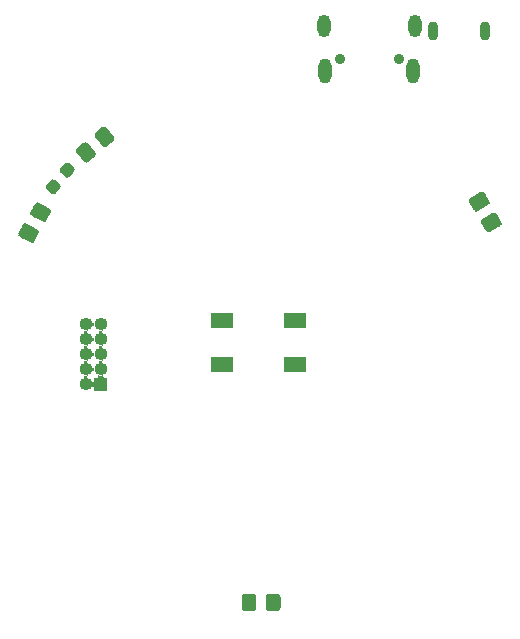
<source format=gbr>
G04 #@! TF.GenerationSoftware,KiCad,Pcbnew,(5.1.8-0-10_14)*
G04 #@! TF.CreationDate,2021-02-03T00:58:45+08:00*
G04 #@! TF.ProjectId,mops-out,6d6f7073-2d6f-4757-942e-6b696361645f,rev?*
G04 #@! TF.SameCoordinates,Original*
G04 #@! TF.FileFunction,Soldermask,Bot*
G04 #@! TF.FilePolarity,Negative*
%FSLAX46Y46*%
G04 Gerber Fmt 4.6, Leading zero omitted, Abs format (unit mm)*
G04 Created by KiCad (PCBNEW (5.1.8-0-10_14)) date 2021-02-03 00:58:45*
%MOMM*%
%LPD*%
G01*
G04 APERTURE LIST*
%ADD10C,0.902000*%
%ADD11O,1.102000X1.902000*%
%ADD12O,1.102000X2.102000*%
%ADD13O,1.102000X1.102000*%
%ADD14O,0.864000X1.626000*%
%ADD15C,0.100000*%
G04 APERTURE END LIST*
D10*
X134900000Y-51000000D03*
X139900000Y-51000000D03*
D11*
X133525000Y-48250000D03*
X141275000Y-48250000D03*
D12*
X133675000Y-52050000D03*
X141125000Y-52050000D03*
G36*
G01*
X110768127Y-61247448D02*
X111171067Y-61585554D01*
G75*
G02*
X111203484Y-61956077I-169053J-201470D01*
G01*
X110849308Y-62378167D01*
G75*
G02*
X110478785Y-62410584I-201470J169053D01*
G01*
X110075845Y-62072478D01*
G75*
G02*
X110043428Y-61701955I169053J201470D01*
G01*
X110397604Y-61279865D01*
G75*
G02*
X110768127Y-61247448I201470J-169053D01*
G01*
G37*
G36*
G01*
X111941215Y-59849416D02*
X112344155Y-60187522D01*
G75*
G02*
X112376572Y-60558045I-169053J-201470D01*
G01*
X112022396Y-60980135D01*
G75*
G02*
X111651873Y-61012552I-201470J169053D01*
G01*
X111248933Y-60674446D01*
G75*
G02*
X111216516Y-60303923I169053J201470D01*
G01*
X111570692Y-59881833D01*
G75*
G02*
X111941215Y-59849416I201470J-169053D01*
G01*
G37*
G36*
G01*
X113567706Y-58154864D02*
X114183276Y-58888471D01*
G75*
G02*
X114149729Y-59271916I-208496J-174949D01*
G01*
X113607633Y-59726789D01*
G75*
G02*
X113224188Y-59693242I-174949J208496D01*
G01*
X112608618Y-58959635D01*
G75*
G02*
X112642165Y-58576190I208496J174949D01*
G01*
X113184261Y-58121317D01*
G75*
G02*
X113567706Y-58154864I174949J-208496D01*
G01*
G37*
G36*
G01*
X115138098Y-56837150D02*
X115753668Y-57570757D01*
G75*
G02*
X115720121Y-57954202I-208496J-174949D01*
G01*
X115178025Y-58409075D01*
G75*
G02*
X114794580Y-58375528I-174949J208496D01*
G01*
X114179010Y-57641921D01*
G75*
G02*
X114212557Y-57258476I208496J174949D01*
G01*
X114754653Y-56803603D01*
G75*
G02*
X115138098Y-56837150I174949J-208496D01*
G01*
G37*
G36*
G01*
X130149072Y-73749939D02*
X130149072Y-72550043D01*
G75*
G02*
X130200072Y-72499043I51000J0D01*
G01*
X132000068Y-72499043D01*
G75*
G02*
X132051068Y-72550043I0J-51000D01*
G01*
X132051068Y-73749939D01*
G75*
G02*
X132000068Y-73800939I-51000J0D01*
G01*
X130200072Y-73800939D01*
G75*
G02*
X130149072Y-73749939I0J51000D01*
G01*
G37*
G36*
G01*
X130149072Y-77449957D02*
X130149072Y-76250061D01*
G75*
G02*
X130200072Y-76199061I51000J0D01*
G01*
X132000068Y-76199061D01*
G75*
G02*
X132051068Y-76250061I0J-51000D01*
G01*
X132051068Y-77449957D01*
G75*
G02*
X132000068Y-77500957I-51000J0D01*
G01*
X130200072Y-77500957D01*
G75*
G02*
X130149072Y-77449957I0J51000D01*
G01*
G37*
G36*
G01*
X123948932Y-73749939D02*
X123948932Y-72550043D01*
G75*
G02*
X123999932Y-72499043I51000J0D01*
G01*
X125799928Y-72499043D01*
G75*
G02*
X125850928Y-72550043I0J-51000D01*
G01*
X125850928Y-73749939D01*
G75*
G02*
X125799928Y-73800939I-51000J0D01*
G01*
X123999932Y-73800939D01*
G75*
G02*
X123948932Y-73749939I0J51000D01*
G01*
G37*
G36*
G01*
X123948932Y-77449957D02*
X123948932Y-76250061D01*
G75*
G02*
X123999932Y-76199061I51000J0D01*
G01*
X125799928Y-76199061D01*
G75*
G02*
X125850928Y-76250061I0J-51000D01*
G01*
X125850928Y-77449957D01*
G75*
G02*
X125799928Y-77500957I-51000J0D01*
G01*
X123999932Y-77500957D01*
G75*
G02*
X123948932Y-77449957I0J51000D01*
G01*
G37*
G36*
G01*
X146984823Y-64544958D02*
X147814177Y-64066130D01*
G75*
G02*
X148185971Y-64165752I136086J-235708D01*
G01*
X148539799Y-64778600D01*
G75*
G02*
X148440177Y-65150394I-235708J-136086D01*
G01*
X147610823Y-65629222D01*
G75*
G02*
X147239029Y-65529600I-136086J235708D01*
G01*
X146885201Y-64916752D01*
G75*
G02*
X146984823Y-64544958I235708J136086D01*
G01*
G37*
G36*
G01*
X145959823Y-62769606D02*
X146789177Y-62290778D01*
G75*
G02*
X147160971Y-62390400I136086J-235708D01*
G01*
X147514799Y-63003248D01*
G75*
G02*
X147415177Y-63375042I-235708J-136086D01*
G01*
X146585823Y-63853870D01*
G75*
G02*
X146214029Y-63754248I-136086J235708D01*
G01*
X145860201Y-63141400D01*
G75*
G02*
X145959823Y-62769606I235708J136086D01*
G01*
G37*
G36*
G01*
X127821000Y-96541172D02*
X127821000Y-97498828D01*
G75*
G02*
X127548828Y-97771000I-272172J0D01*
G01*
X126841172Y-97771000D01*
G75*
G02*
X126569000Y-97498828I0J272172D01*
G01*
X126569000Y-96541172D01*
G75*
G02*
X126841172Y-96269000I272172J0D01*
G01*
X127548828Y-96269000D01*
G75*
G02*
X127821000Y-96541172I0J-272172D01*
G01*
G37*
G36*
G01*
X129871000Y-96541172D02*
X129871000Y-97498828D01*
G75*
G02*
X129598828Y-97771000I-272172J0D01*
G01*
X128891172Y-97771000D01*
G75*
G02*
X128619000Y-97498828I0J272172D01*
G01*
X128619000Y-96541172D01*
G75*
G02*
X128891172Y-96269000I272172J0D01*
G01*
X129598828Y-96269000D01*
G75*
G02*
X129871000Y-96541172I0J-272172D01*
G01*
G37*
G36*
G01*
X109674177Y-64753870D02*
X108844823Y-64275042D01*
G75*
G02*
X108745201Y-63903248I136086J235708D01*
G01*
X109099029Y-63290400D01*
G75*
G02*
X109470823Y-63190778I235708J-136086D01*
G01*
X110300177Y-63669606D01*
G75*
G02*
X110399799Y-64041400I-136086J-235708D01*
G01*
X110045971Y-64654248D01*
G75*
G02*
X109674177Y-64753870I-235708J136086D01*
G01*
G37*
G36*
G01*
X108649177Y-66529222D02*
X107819823Y-66050394D01*
G75*
G02*
X107720201Y-65678600I136086J235708D01*
G01*
X108074029Y-65065752D01*
G75*
G02*
X108445823Y-64966130I235708J-136086D01*
G01*
X109275177Y-65444958D01*
G75*
G02*
X109374799Y-65816752I-136086J-235708D01*
G01*
X109020971Y-66429600D01*
G75*
G02*
X108649177Y-66529222I-235708J136086D01*
G01*
G37*
D13*
X114635000Y-73460000D03*
X113365000Y-73460000D03*
X114635000Y-74730000D03*
X113365000Y-74730000D03*
X114635000Y-76000000D03*
X113365000Y-76000000D03*
X114635000Y-77270000D03*
X113365000Y-77270000D03*
X113365000Y-78540000D03*
G36*
G01*
X115186000Y-78040000D02*
X115186000Y-79040000D01*
G75*
G02*
X115135000Y-79091000I-51000J0D01*
G01*
X114135000Y-79091000D01*
G75*
G02*
X114084000Y-79040000I0J51000D01*
G01*
X114084000Y-78040000D01*
G75*
G02*
X114135000Y-77989000I51000J0D01*
G01*
X115135000Y-77989000D01*
G75*
G02*
X115186000Y-78040000I0J-51000D01*
G01*
G37*
D14*
X142800106Y-48600000D03*
X147199894Y-48600000D03*
D15*
G36*
X114085165Y-78216452D02*
G01*
X114086000Y-78218078D01*
X114086000Y-78861922D01*
X114085000Y-78863654D01*
X114083000Y-78863654D01*
X114082010Y-78862118D01*
X114079628Y-78837931D01*
X114072628Y-78814856D01*
X114061263Y-78793592D01*
X114045968Y-78774955D01*
X114027331Y-78759660D01*
X114006067Y-78748295D01*
X113982992Y-78741295D01*
X113959001Y-78738932D01*
X113935010Y-78741295D01*
X113911935Y-78748295D01*
X113890671Y-78759660D01*
X113872034Y-78774955D01*
X113856676Y-78793670D01*
X113853784Y-78797998D01*
X113851990Y-78798883D01*
X113850327Y-78797772D01*
X113850273Y-78796122D01*
X113890350Y-78699365D01*
X113911347Y-78593808D01*
X113911347Y-78486192D01*
X113890350Y-78380635D01*
X113850273Y-78283878D01*
X113850534Y-78281895D01*
X113852382Y-78281130D01*
X113853784Y-78282002D01*
X113856676Y-78286330D01*
X113872035Y-78305045D01*
X113890672Y-78320340D01*
X113911935Y-78331705D01*
X113935010Y-78338705D01*
X113959002Y-78341068D01*
X113982993Y-78338705D01*
X114006068Y-78331705D01*
X114027331Y-78320340D01*
X114045968Y-78305044D01*
X114061263Y-78286407D01*
X114072628Y-78265144D01*
X114079628Y-78242069D01*
X114082010Y-78217882D01*
X114083175Y-78216256D01*
X114085165Y-78216452D01*
G37*
G36*
X113537906Y-77790824D02*
G01*
X113538671Y-77792672D01*
X113537631Y-77794175D01*
X113521609Y-77802738D01*
X113502972Y-77818033D01*
X113487677Y-77836670D01*
X113476312Y-77857934D01*
X113469312Y-77881009D01*
X113466949Y-77905000D01*
X113469312Y-77928991D01*
X113476312Y-77952066D01*
X113487677Y-77973330D01*
X113502972Y-77991967D01*
X113521609Y-78007262D01*
X113537631Y-78015825D01*
X113538687Y-78017524D01*
X113537744Y-78019287D01*
X113535923Y-78019437D01*
X113524365Y-78014650D01*
X113418808Y-77993653D01*
X113311192Y-77993653D01*
X113205635Y-78014650D01*
X113194077Y-78019437D01*
X113192094Y-78019176D01*
X113191329Y-78017328D01*
X113192369Y-78015825D01*
X113208391Y-78007262D01*
X113227028Y-77991967D01*
X113242323Y-77973330D01*
X113253688Y-77952066D01*
X113260688Y-77928991D01*
X113263051Y-77905000D01*
X113260688Y-77881009D01*
X113253688Y-77857934D01*
X113242323Y-77836670D01*
X113227028Y-77818033D01*
X113208391Y-77802738D01*
X113192369Y-77794175D01*
X113191313Y-77792476D01*
X113192256Y-77790713D01*
X113194077Y-77790563D01*
X113205635Y-77795350D01*
X113311192Y-77816347D01*
X113418808Y-77816347D01*
X113524365Y-77795350D01*
X113535923Y-77790563D01*
X113537906Y-77790824D01*
G37*
G36*
X114893105Y-77755534D02*
G01*
X114893870Y-77757382D01*
X114892998Y-77758784D01*
X114888670Y-77761676D01*
X114869955Y-77777035D01*
X114854660Y-77795672D01*
X114843295Y-77816935D01*
X114836295Y-77840010D01*
X114833932Y-77864001D01*
X114836295Y-77887993D01*
X114843295Y-77911068D01*
X114854660Y-77932331D01*
X114869956Y-77950968D01*
X114888593Y-77966263D01*
X114909856Y-77977628D01*
X114932931Y-77984628D01*
X114957118Y-77987010D01*
X114958744Y-77988175D01*
X114958548Y-77990165D01*
X114956922Y-77991000D01*
X114313078Y-77991000D01*
X114311346Y-77990000D01*
X114311346Y-77988000D01*
X114312882Y-77987010D01*
X114337069Y-77984628D01*
X114360144Y-77977628D01*
X114381408Y-77966263D01*
X114400045Y-77950968D01*
X114415340Y-77932331D01*
X114426705Y-77911067D01*
X114433705Y-77887992D01*
X114436068Y-77864001D01*
X114433705Y-77840010D01*
X114426705Y-77816935D01*
X114415340Y-77795671D01*
X114400045Y-77777034D01*
X114381330Y-77761676D01*
X114377002Y-77758784D01*
X114376117Y-77756990D01*
X114377228Y-77755327D01*
X114378878Y-77755273D01*
X114475635Y-77795350D01*
X114581192Y-77816347D01*
X114688808Y-77816347D01*
X114794365Y-77795350D01*
X114891122Y-77755273D01*
X114893105Y-77755534D01*
G37*
G36*
X114114287Y-77097256D02*
G01*
X114114437Y-77099077D01*
X114109650Y-77110635D01*
X114088653Y-77216192D01*
X114088653Y-77323808D01*
X114109650Y-77429365D01*
X114114437Y-77440923D01*
X114114176Y-77442906D01*
X114112328Y-77443671D01*
X114110825Y-77442631D01*
X114102262Y-77426609D01*
X114086967Y-77407972D01*
X114068330Y-77392677D01*
X114047066Y-77381312D01*
X114023991Y-77374312D01*
X114000000Y-77371949D01*
X113976009Y-77374312D01*
X113952934Y-77381312D01*
X113931670Y-77392677D01*
X113913033Y-77407972D01*
X113897738Y-77426609D01*
X113889175Y-77442631D01*
X113887476Y-77443687D01*
X113885713Y-77442744D01*
X113885563Y-77440923D01*
X113890350Y-77429365D01*
X113911347Y-77323808D01*
X113911347Y-77216192D01*
X113890350Y-77110635D01*
X113885563Y-77099077D01*
X113885824Y-77097094D01*
X113887672Y-77096329D01*
X113889175Y-77097369D01*
X113897738Y-77113391D01*
X113913033Y-77132028D01*
X113931670Y-77147323D01*
X113952934Y-77158688D01*
X113976009Y-77165688D01*
X114000000Y-77168051D01*
X114023991Y-77165688D01*
X114047066Y-77158688D01*
X114068330Y-77147323D01*
X114086967Y-77132028D01*
X114102262Y-77113391D01*
X114110825Y-77097369D01*
X114112524Y-77096313D01*
X114114287Y-77097256D01*
G37*
G36*
X114807906Y-76520824D02*
G01*
X114808671Y-76522672D01*
X114807631Y-76524175D01*
X114791609Y-76532738D01*
X114772972Y-76548033D01*
X114757677Y-76566670D01*
X114746312Y-76587934D01*
X114739312Y-76611009D01*
X114736949Y-76635000D01*
X114739312Y-76658991D01*
X114746312Y-76682066D01*
X114757677Y-76703330D01*
X114772972Y-76721967D01*
X114791609Y-76737262D01*
X114807631Y-76745825D01*
X114808687Y-76747524D01*
X114807744Y-76749287D01*
X114805923Y-76749437D01*
X114794365Y-76744650D01*
X114688808Y-76723653D01*
X114581192Y-76723653D01*
X114475635Y-76744650D01*
X114464077Y-76749437D01*
X114462094Y-76749176D01*
X114461329Y-76747328D01*
X114462369Y-76745825D01*
X114478391Y-76737262D01*
X114497028Y-76721967D01*
X114512323Y-76703330D01*
X114523688Y-76682066D01*
X114530688Y-76658991D01*
X114533051Y-76635000D01*
X114530688Y-76611009D01*
X114523688Y-76587934D01*
X114512323Y-76566670D01*
X114497028Y-76548033D01*
X114478391Y-76532738D01*
X114462369Y-76524175D01*
X114461313Y-76522476D01*
X114462256Y-76520713D01*
X114464077Y-76520563D01*
X114475635Y-76525350D01*
X114581192Y-76546347D01*
X114688808Y-76546347D01*
X114794365Y-76525350D01*
X114805923Y-76520563D01*
X114807906Y-76520824D01*
G37*
G36*
X113537906Y-76520824D02*
G01*
X113538671Y-76522672D01*
X113537631Y-76524175D01*
X113521609Y-76532738D01*
X113502972Y-76548033D01*
X113487677Y-76566670D01*
X113476312Y-76587934D01*
X113469312Y-76611009D01*
X113466949Y-76635000D01*
X113469312Y-76658991D01*
X113476312Y-76682066D01*
X113487677Y-76703330D01*
X113502972Y-76721967D01*
X113521609Y-76737262D01*
X113537631Y-76745825D01*
X113538687Y-76747524D01*
X113537744Y-76749287D01*
X113535923Y-76749437D01*
X113524365Y-76744650D01*
X113418808Y-76723653D01*
X113311192Y-76723653D01*
X113205635Y-76744650D01*
X113194077Y-76749437D01*
X113192094Y-76749176D01*
X113191329Y-76747328D01*
X113192369Y-76745825D01*
X113208391Y-76737262D01*
X113227028Y-76721967D01*
X113242323Y-76703330D01*
X113253688Y-76682066D01*
X113260688Y-76658991D01*
X113263051Y-76635000D01*
X113260688Y-76611009D01*
X113253688Y-76587934D01*
X113242323Y-76566670D01*
X113227028Y-76548033D01*
X113208391Y-76532738D01*
X113192369Y-76524175D01*
X113191313Y-76522476D01*
X113192256Y-76520713D01*
X113194077Y-76520563D01*
X113205635Y-76525350D01*
X113311192Y-76546347D01*
X113418808Y-76546347D01*
X113524365Y-76525350D01*
X113535923Y-76520563D01*
X113537906Y-76520824D01*
G37*
G36*
X114114287Y-75827256D02*
G01*
X114114437Y-75829077D01*
X114109650Y-75840635D01*
X114088653Y-75946192D01*
X114088653Y-76053808D01*
X114109650Y-76159365D01*
X114114437Y-76170923D01*
X114114176Y-76172906D01*
X114112328Y-76173671D01*
X114110825Y-76172631D01*
X114102262Y-76156609D01*
X114086967Y-76137972D01*
X114068330Y-76122677D01*
X114047066Y-76111312D01*
X114023991Y-76104312D01*
X114000000Y-76101949D01*
X113976009Y-76104312D01*
X113952934Y-76111312D01*
X113931670Y-76122677D01*
X113913033Y-76137972D01*
X113897738Y-76156609D01*
X113889175Y-76172631D01*
X113887476Y-76173687D01*
X113885713Y-76172744D01*
X113885563Y-76170923D01*
X113890350Y-76159365D01*
X113911347Y-76053808D01*
X113911347Y-75946192D01*
X113890350Y-75840635D01*
X113885563Y-75829077D01*
X113885824Y-75827094D01*
X113887672Y-75826329D01*
X113889175Y-75827369D01*
X113897738Y-75843391D01*
X113913033Y-75862028D01*
X113931670Y-75877323D01*
X113952934Y-75888688D01*
X113976009Y-75895688D01*
X114000000Y-75898051D01*
X114023991Y-75895688D01*
X114047066Y-75888688D01*
X114068330Y-75877323D01*
X114086967Y-75862028D01*
X114102262Y-75843391D01*
X114110825Y-75827369D01*
X114112524Y-75826313D01*
X114114287Y-75827256D01*
G37*
G36*
X113537906Y-75250824D02*
G01*
X113538671Y-75252672D01*
X113537631Y-75254175D01*
X113521609Y-75262738D01*
X113502972Y-75278033D01*
X113487677Y-75296670D01*
X113476312Y-75317934D01*
X113469312Y-75341009D01*
X113466949Y-75365000D01*
X113469312Y-75388991D01*
X113476312Y-75412066D01*
X113487677Y-75433330D01*
X113502972Y-75451967D01*
X113521609Y-75467262D01*
X113537631Y-75475825D01*
X113538687Y-75477524D01*
X113537744Y-75479287D01*
X113535923Y-75479437D01*
X113524365Y-75474650D01*
X113418808Y-75453653D01*
X113311192Y-75453653D01*
X113205635Y-75474650D01*
X113194077Y-75479437D01*
X113192094Y-75479176D01*
X113191329Y-75477328D01*
X113192369Y-75475825D01*
X113208391Y-75467262D01*
X113227028Y-75451967D01*
X113242323Y-75433330D01*
X113253688Y-75412066D01*
X113260688Y-75388991D01*
X113263051Y-75365000D01*
X113260688Y-75341009D01*
X113253688Y-75317934D01*
X113242323Y-75296670D01*
X113227028Y-75278033D01*
X113208391Y-75262738D01*
X113192369Y-75254175D01*
X113191313Y-75252476D01*
X113192256Y-75250713D01*
X113194077Y-75250563D01*
X113205635Y-75255350D01*
X113311192Y-75276347D01*
X113418808Y-75276347D01*
X113524365Y-75255350D01*
X113535923Y-75250563D01*
X113537906Y-75250824D01*
G37*
G36*
X114807906Y-75250824D02*
G01*
X114808671Y-75252672D01*
X114807631Y-75254175D01*
X114791609Y-75262738D01*
X114772972Y-75278033D01*
X114757677Y-75296670D01*
X114746312Y-75317934D01*
X114739312Y-75341009D01*
X114736949Y-75365000D01*
X114739312Y-75388991D01*
X114746312Y-75412066D01*
X114757677Y-75433330D01*
X114772972Y-75451967D01*
X114791609Y-75467262D01*
X114807631Y-75475825D01*
X114808687Y-75477524D01*
X114807744Y-75479287D01*
X114805923Y-75479437D01*
X114794365Y-75474650D01*
X114688808Y-75453653D01*
X114581192Y-75453653D01*
X114475635Y-75474650D01*
X114464077Y-75479437D01*
X114462094Y-75479176D01*
X114461329Y-75477328D01*
X114462369Y-75475825D01*
X114478391Y-75467262D01*
X114497028Y-75451967D01*
X114512323Y-75433330D01*
X114523688Y-75412066D01*
X114530688Y-75388991D01*
X114533051Y-75365000D01*
X114530688Y-75341009D01*
X114523688Y-75317934D01*
X114512323Y-75296670D01*
X114497028Y-75278033D01*
X114478391Y-75262738D01*
X114462369Y-75254175D01*
X114461313Y-75252476D01*
X114462256Y-75250713D01*
X114464077Y-75250563D01*
X114475635Y-75255350D01*
X114581192Y-75276347D01*
X114688808Y-75276347D01*
X114794365Y-75255350D01*
X114805923Y-75250563D01*
X114807906Y-75250824D01*
G37*
G36*
X114114287Y-74557256D02*
G01*
X114114437Y-74559077D01*
X114109650Y-74570635D01*
X114088653Y-74676192D01*
X114088653Y-74783808D01*
X114109650Y-74889365D01*
X114114437Y-74900923D01*
X114114176Y-74902906D01*
X114112328Y-74903671D01*
X114110825Y-74902631D01*
X114102262Y-74886609D01*
X114086967Y-74867972D01*
X114068330Y-74852677D01*
X114047066Y-74841312D01*
X114023991Y-74834312D01*
X114000000Y-74831949D01*
X113976009Y-74834312D01*
X113952934Y-74841312D01*
X113931670Y-74852677D01*
X113913033Y-74867972D01*
X113897738Y-74886609D01*
X113889175Y-74902631D01*
X113887476Y-74903687D01*
X113885713Y-74902744D01*
X113885563Y-74900923D01*
X113890350Y-74889365D01*
X113911347Y-74783808D01*
X113911347Y-74676192D01*
X113890350Y-74570635D01*
X113885563Y-74559077D01*
X113885824Y-74557094D01*
X113887672Y-74556329D01*
X113889175Y-74557369D01*
X113897738Y-74573391D01*
X113913033Y-74592028D01*
X113931670Y-74607323D01*
X113952934Y-74618688D01*
X113976009Y-74625688D01*
X114000000Y-74628051D01*
X114023991Y-74625688D01*
X114047066Y-74618688D01*
X114068330Y-74607323D01*
X114086967Y-74592028D01*
X114102262Y-74573391D01*
X114110825Y-74557369D01*
X114112524Y-74556313D01*
X114114287Y-74557256D01*
G37*
G36*
X113537906Y-73980824D02*
G01*
X113538671Y-73982672D01*
X113537631Y-73984175D01*
X113521609Y-73992738D01*
X113502972Y-74008033D01*
X113487677Y-74026670D01*
X113476312Y-74047934D01*
X113469312Y-74071009D01*
X113466949Y-74095000D01*
X113469312Y-74118991D01*
X113476312Y-74142066D01*
X113487677Y-74163330D01*
X113502972Y-74181967D01*
X113521609Y-74197262D01*
X113537631Y-74205825D01*
X113538687Y-74207524D01*
X113537744Y-74209287D01*
X113535923Y-74209437D01*
X113524365Y-74204650D01*
X113418808Y-74183653D01*
X113311192Y-74183653D01*
X113205635Y-74204650D01*
X113194077Y-74209437D01*
X113192094Y-74209176D01*
X113191329Y-74207328D01*
X113192369Y-74205825D01*
X113208391Y-74197262D01*
X113227028Y-74181967D01*
X113242323Y-74163330D01*
X113253688Y-74142066D01*
X113260688Y-74118991D01*
X113263051Y-74095000D01*
X113260688Y-74071009D01*
X113253688Y-74047934D01*
X113242323Y-74026670D01*
X113227028Y-74008033D01*
X113208391Y-73992738D01*
X113192369Y-73984175D01*
X113191313Y-73982476D01*
X113192256Y-73980713D01*
X113194077Y-73980563D01*
X113205635Y-73985350D01*
X113311192Y-74006347D01*
X113418808Y-74006347D01*
X113524365Y-73985350D01*
X113535923Y-73980563D01*
X113537906Y-73980824D01*
G37*
G36*
X114807906Y-73980824D02*
G01*
X114808671Y-73982672D01*
X114807631Y-73984175D01*
X114791609Y-73992738D01*
X114772972Y-74008033D01*
X114757677Y-74026670D01*
X114746312Y-74047934D01*
X114739312Y-74071009D01*
X114736949Y-74095000D01*
X114739312Y-74118991D01*
X114746312Y-74142066D01*
X114757677Y-74163330D01*
X114772972Y-74181967D01*
X114791609Y-74197262D01*
X114807631Y-74205825D01*
X114808687Y-74207524D01*
X114807744Y-74209287D01*
X114805923Y-74209437D01*
X114794365Y-74204650D01*
X114688808Y-74183653D01*
X114581192Y-74183653D01*
X114475635Y-74204650D01*
X114464077Y-74209437D01*
X114462094Y-74209176D01*
X114461329Y-74207328D01*
X114462369Y-74205825D01*
X114478391Y-74197262D01*
X114497028Y-74181967D01*
X114512323Y-74163330D01*
X114523688Y-74142066D01*
X114530688Y-74118991D01*
X114533051Y-74095000D01*
X114530688Y-74071009D01*
X114523688Y-74047934D01*
X114512323Y-74026670D01*
X114497028Y-74008033D01*
X114478391Y-73992738D01*
X114462369Y-73984175D01*
X114461313Y-73982476D01*
X114462256Y-73980713D01*
X114464077Y-73980563D01*
X114475635Y-73985350D01*
X114581192Y-74006347D01*
X114688808Y-74006347D01*
X114794365Y-73985350D01*
X114805923Y-73980563D01*
X114807906Y-73980824D01*
G37*
G36*
X114114287Y-73287256D02*
G01*
X114114437Y-73289077D01*
X114109650Y-73300635D01*
X114088653Y-73406192D01*
X114088653Y-73513808D01*
X114109650Y-73619365D01*
X114114437Y-73630923D01*
X114114176Y-73632906D01*
X114112328Y-73633671D01*
X114110825Y-73632631D01*
X114102262Y-73616609D01*
X114086967Y-73597972D01*
X114068330Y-73582677D01*
X114047066Y-73571312D01*
X114023991Y-73564312D01*
X114000000Y-73561949D01*
X113976009Y-73564312D01*
X113952934Y-73571312D01*
X113931670Y-73582677D01*
X113913033Y-73597972D01*
X113897738Y-73616609D01*
X113889175Y-73632631D01*
X113887476Y-73633687D01*
X113885713Y-73632744D01*
X113885563Y-73630923D01*
X113890350Y-73619365D01*
X113911347Y-73513808D01*
X113911347Y-73406192D01*
X113890350Y-73300635D01*
X113885563Y-73289077D01*
X113885824Y-73287094D01*
X113887672Y-73286329D01*
X113889175Y-73287369D01*
X113897738Y-73303391D01*
X113913033Y-73322028D01*
X113931670Y-73337323D01*
X113952934Y-73348688D01*
X113976009Y-73355688D01*
X114000000Y-73358051D01*
X114023991Y-73355688D01*
X114047066Y-73348688D01*
X114068330Y-73337323D01*
X114086967Y-73322028D01*
X114102262Y-73303391D01*
X114110825Y-73287369D01*
X114112524Y-73286313D01*
X114114287Y-73287256D01*
G37*
G36*
X109259581Y-66018316D02*
G01*
X109259581Y-66020316D01*
X108990451Y-66486464D01*
X108990345Y-66486629D01*
X108963803Y-66523667D01*
X108963544Y-66523962D01*
X108934801Y-66550883D01*
X108934490Y-66551121D01*
X108901046Y-66571918D01*
X108900694Y-66572092D01*
X108863825Y-66585968D01*
X108863447Y-66586069D01*
X108824591Y-66592484D01*
X108824200Y-66592510D01*
X108784836Y-66591222D01*
X108784447Y-66591171D01*
X108746087Y-66582226D01*
X108745716Y-66582100D01*
X108704217Y-66563297D01*
X108704042Y-66563207D01*
X108648182Y-66530956D01*
X108647182Y-66529224D01*
X108648182Y-66527492D01*
X108650007Y-66527402D01*
X108698421Y-66549339D01*
X108750000Y-66561365D01*
X108802934Y-66563098D01*
X108855185Y-66554471D01*
X108904755Y-66535815D01*
X108949726Y-66507850D01*
X108988381Y-66471645D01*
X109019290Y-66428512D01*
X109256117Y-66018316D01*
X109257849Y-66017316D01*
X109259581Y-66018316D01*
G37*
G36*
X107726771Y-65669220D02*
G01*
X107726771Y-65671220D01*
X107721983Y-65679514D01*
X107700084Y-65727844D01*
X107688058Y-65779423D01*
X107686325Y-65832357D01*
X107694952Y-65884608D01*
X107713608Y-65934178D01*
X107741573Y-65979149D01*
X107777777Y-66017804D01*
X107820911Y-66048713D01*
X108235500Y-66288076D01*
X108236500Y-66289808D01*
X108235500Y-66291540D01*
X108233500Y-66291540D01*
X107762958Y-66019873D01*
X107762793Y-66019767D01*
X107725757Y-65993227D01*
X107725462Y-65992968D01*
X107698539Y-65964223D01*
X107698301Y-65963912D01*
X107677504Y-65930468D01*
X107677330Y-65930116D01*
X107663454Y-65893247D01*
X107663353Y-65892869D01*
X107656938Y-65854013D01*
X107656912Y-65853622D01*
X107658200Y-65814258D01*
X107658251Y-65813869D01*
X107667196Y-65775508D01*
X107667322Y-65775137D01*
X107686123Y-65733643D01*
X107686213Y-65733468D01*
X107723307Y-65669220D01*
X107725039Y-65668220D01*
X107726771Y-65669220D01*
G37*
G36*
X109332042Y-65475479D02*
G01*
X109332207Y-65475585D01*
X109369243Y-65502125D01*
X109369538Y-65502384D01*
X109396461Y-65531129D01*
X109396699Y-65531440D01*
X109417496Y-65564884D01*
X109417670Y-65565236D01*
X109431546Y-65602105D01*
X109431647Y-65602483D01*
X109438062Y-65641339D01*
X109438088Y-65641730D01*
X109436800Y-65681094D01*
X109436749Y-65681483D01*
X109427804Y-65719844D01*
X109427678Y-65720215D01*
X109408877Y-65761709D01*
X109408787Y-65761884D01*
X109355207Y-65854687D01*
X109353475Y-65855687D01*
X109351743Y-65854687D01*
X109351743Y-65852687D01*
X109373017Y-65815838D01*
X109394916Y-65767508D01*
X109406942Y-65715929D01*
X109408675Y-65662995D01*
X109400048Y-65610744D01*
X109381392Y-65561174D01*
X109353427Y-65516203D01*
X109317223Y-65477548D01*
X109274089Y-65446639D01*
X108763977Y-65152126D01*
X108762977Y-65150394D01*
X108763977Y-65148662D01*
X108765977Y-65148662D01*
X109332042Y-65475479D01*
G37*
G36*
X147003883Y-65118316D02*
G01*
X147240710Y-65528512D01*
X147271619Y-65571646D01*
X147310274Y-65607850D01*
X147355245Y-65635815D01*
X147404815Y-65654471D01*
X147457066Y-65663098D01*
X147510000Y-65661365D01*
X147561579Y-65649339D01*
X147609993Y-65627402D01*
X147611983Y-65627598D01*
X147612808Y-65629420D01*
X147611818Y-65630956D01*
X147555958Y-65663207D01*
X147555783Y-65663297D01*
X147514284Y-65682100D01*
X147513913Y-65682226D01*
X147475553Y-65691171D01*
X147475164Y-65691222D01*
X147435800Y-65692510D01*
X147435409Y-65692484D01*
X147396553Y-65686069D01*
X147396175Y-65685968D01*
X147359306Y-65672092D01*
X147358954Y-65671918D01*
X147325510Y-65651121D01*
X147325199Y-65650883D01*
X147296456Y-65623962D01*
X147296197Y-65623667D01*
X147269655Y-65586629D01*
X147269549Y-65586464D01*
X147000419Y-65120316D01*
X147000419Y-65118316D01*
X147002151Y-65117316D01*
X147003883Y-65118316D01*
G37*
G36*
X108310164Y-64904130D02*
G01*
X108310553Y-64904181D01*
X108348913Y-64913126D01*
X108349284Y-64913252D01*
X108390783Y-64932055D01*
X108390958Y-64932145D01*
X108446818Y-64964396D01*
X108447818Y-64966128D01*
X108446818Y-64967860D01*
X108444993Y-64967950D01*
X108396579Y-64946013D01*
X108345000Y-64933987D01*
X108292066Y-64932254D01*
X108239815Y-64940881D01*
X108190245Y-64959537D01*
X108145274Y-64987502D01*
X108106619Y-65023707D01*
X108075710Y-65066840D01*
X107838883Y-65477036D01*
X107837151Y-65478036D01*
X107835419Y-65477036D01*
X107835419Y-65475036D01*
X108104549Y-65008888D01*
X108104655Y-65008723D01*
X108131197Y-64971685D01*
X108131456Y-64971390D01*
X108160199Y-64944469D01*
X108160510Y-64944231D01*
X108193954Y-64923434D01*
X108194306Y-64923260D01*
X108231175Y-64909384D01*
X108231553Y-64909283D01*
X108270409Y-64902868D01*
X108270800Y-64902842D01*
X108310164Y-64904130D01*
G37*
G36*
X148532101Y-64761266D02*
G01*
X148573787Y-64833468D01*
X148573877Y-64833643D01*
X148592678Y-64875137D01*
X148592804Y-64875508D01*
X148601749Y-64913869D01*
X148601800Y-64914258D01*
X148603088Y-64953622D01*
X148603062Y-64954013D01*
X148596647Y-64992869D01*
X148596546Y-64993247D01*
X148582670Y-65030116D01*
X148582496Y-65030468D01*
X148561699Y-65063912D01*
X148561461Y-65064223D01*
X148534538Y-65092968D01*
X148534243Y-65093227D01*
X148497207Y-65119767D01*
X148497042Y-65119873D01*
X148026500Y-65391540D01*
X148024500Y-65391540D01*
X148023500Y-65389808D01*
X148024500Y-65388076D01*
X148439089Y-65148713D01*
X148482222Y-65117804D01*
X148518427Y-65079149D01*
X148546392Y-65034178D01*
X148565048Y-64984608D01*
X148573675Y-64932357D01*
X148571942Y-64879423D01*
X148559916Y-64827844D01*
X148538017Y-64779514D01*
X148528637Y-64763266D01*
X148528637Y-64761266D01*
X148530369Y-64760266D01*
X148532101Y-64761266D01*
G37*
G36*
X147454331Y-64275042D02*
G01*
X147453331Y-64276774D01*
X146985911Y-64546639D01*
X146942778Y-64577548D01*
X146906573Y-64616203D01*
X146878608Y-64661174D01*
X146859952Y-64710744D01*
X146851325Y-64762995D01*
X146853058Y-64815929D01*
X146865084Y-64867508D01*
X146886983Y-64915838D01*
X146891771Y-64924132D01*
X146891771Y-64926132D01*
X146890039Y-64927132D01*
X146888307Y-64926132D01*
X146851213Y-64861884D01*
X146851123Y-64861709D01*
X146832322Y-64820215D01*
X146832196Y-64819844D01*
X146823251Y-64781483D01*
X146823200Y-64781094D01*
X146821912Y-64741730D01*
X146821938Y-64741339D01*
X146828353Y-64702483D01*
X146828454Y-64702105D01*
X146842330Y-64665236D01*
X146842504Y-64664884D01*
X146863301Y-64631440D01*
X146863539Y-64631129D01*
X146890462Y-64602384D01*
X146890757Y-64602125D01*
X146927793Y-64575585D01*
X146927958Y-64575479D01*
X147451331Y-64273310D01*
X147453331Y-64273310D01*
X147454331Y-64275042D01*
G37*
G36*
X110284581Y-64242964D02*
G01*
X110284581Y-64244964D01*
X110015451Y-64711112D01*
X110015345Y-64711277D01*
X109988803Y-64748315D01*
X109988544Y-64748610D01*
X109959801Y-64775531D01*
X109959490Y-64775769D01*
X109926046Y-64796566D01*
X109925694Y-64796740D01*
X109888825Y-64810616D01*
X109888447Y-64810717D01*
X109849591Y-64817132D01*
X109849200Y-64817158D01*
X109809836Y-64815870D01*
X109809447Y-64815819D01*
X109771087Y-64806874D01*
X109770716Y-64806748D01*
X109729217Y-64787945D01*
X109729042Y-64787855D01*
X109673182Y-64755604D01*
X109672182Y-64753872D01*
X109673182Y-64752140D01*
X109675007Y-64752050D01*
X109723421Y-64773987D01*
X109775000Y-64786013D01*
X109827934Y-64787746D01*
X109880185Y-64779119D01*
X109929755Y-64760463D01*
X109974726Y-64732498D01*
X110013381Y-64696293D01*
X110044290Y-64653160D01*
X110281117Y-64242964D01*
X110282849Y-64241964D01*
X110284581Y-64242964D01*
G37*
G36*
X147989591Y-64002868D02*
G01*
X148028447Y-64009283D01*
X148028825Y-64009384D01*
X148065694Y-64023260D01*
X148066046Y-64023434D01*
X148099490Y-64044231D01*
X148099801Y-64044469D01*
X148128544Y-64071390D01*
X148128803Y-64071685D01*
X148155345Y-64108723D01*
X148155451Y-64108888D01*
X148424581Y-64575036D01*
X148424581Y-64577036D01*
X148422849Y-64578036D01*
X148421117Y-64577036D01*
X148184290Y-64166840D01*
X148153381Y-64123706D01*
X148114726Y-64087502D01*
X148069755Y-64059537D01*
X148020185Y-64040881D01*
X147967934Y-64032254D01*
X147915000Y-64033987D01*
X147863421Y-64046013D01*
X147815007Y-64067950D01*
X147813017Y-64067754D01*
X147812192Y-64065932D01*
X147813182Y-64064396D01*
X147869042Y-64032145D01*
X147869217Y-64032055D01*
X147910716Y-64013252D01*
X147911087Y-64013126D01*
X147949447Y-64004181D01*
X147949836Y-64004130D01*
X147989200Y-64002842D01*
X147989591Y-64002868D01*
G37*
G36*
X108751771Y-63893868D02*
G01*
X108751771Y-63895868D01*
X108746983Y-63904162D01*
X108725084Y-63952492D01*
X108713058Y-64004071D01*
X108711325Y-64057005D01*
X108719952Y-64109256D01*
X108738608Y-64158826D01*
X108766573Y-64203797D01*
X108802777Y-64242452D01*
X108845911Y-64273361D01*
X109260500Y-64512724D01*
X109261500Y-64514456D01*
X109260500Y-64516188D01*
X109258500Y-64516188D01*
X108787958Y-64244521D01*
X108787793Y-64244415D01*
X108750757Y-64217875D01*
X108750462Y-64217616D01*
X108723539Y-64188871D01*
X108723301Y-64188560D01*
X108702504Y-64155116D01*
X108702330Y-64154764D01*
X108688454Y-64117895D01*
X108688353Y-64117517D01*
X108681938Y-64078661D01*
X108681912Y-64078270D01*
X108683200Y-64038906D01*
X108683251Y-64038517D01*
X108692196Y-64000156D01*
X108692322Y-63999785D01*
X108711123Y-63958291D01*
X108711213Y-63958116D01*
X108748307Y-63893868D01*
X108750039Y-63892868D01*
X108751771Y-63893868D01*
G37*
G36*
X110357042Y-63700127D02*
G01*
X110357207Y-63700233D01*
X110394243Y-63726773D01*
X110394538Y-63727032D01*
X110421461Y-63755777D01*
X110421699Y-63756088D01*
X110442496Y-63789532D01*
X110442670Y-63789884D01*
X110456546Y-63826753D01*
X110456647Y-63827131D01*
X110463062Y-63865987D01*
X110463088Y-63866378D01*
X110461800Y-63905742D01*
X110461749Y-63906131D01*
X110452804Y-63944492D01*
X110452678Y-63944863D01*
X110433877Y-63986357D01*
X110433787Y-63986532D01*
X110392101Y-64058734D01*
X110390369Y-64059734D01*
X110388637Y-64058734D01*
X110388637Y-64056734D01*
X110398017Y-64040486D01*
X110419916Y-63992156D01*
X110431942Y-63940577D01*
X110433675Y-63887643D01*
X110425048Y-63835392D01*
X110406392Y-63785822D01*
X110378427Y-63740851D01*
X110342223Y-63702196D01*
X110299089Y-63671287D01*
X109788977Y-63376774D01*
X109787977Y-63375042D01*
X109788977Y-63373310D01*
X109790977Y-63373310D01*
X110357042Y-63700127D01*
G37*
G36*
X145978883Y-63342964D02*
G01*
X146215710Y-63753160D01*
X146246619Y-63796294D01*
X146285274Y-63832498D01*
X146330245Y-63860463D01*
X146379815Y-63879119D01*
X146432066Y-63887746D01*
X146485000Y-63886013D01*
X146536579Y-63873987D01*
X146584993Y-63852050D01*
X146586983Y-63852246D01*
X146587808Y-63854068D01*
X146586818Y-63855604D01*
X146530958Y-63887855D01*
X146530783Y-63887945D01*
X146489284Y-63906748D01*
X146488913Y-63906874D01*
X146450553Y-63915819D01*
X146450164Y-63915870D01*
X146410800Y-63917158D01*
X146410409Y-63917132D01*
X146371553Y-63910717D01*
X146371175Y-63910616D01*
X146334306Y-63896740D01*
X146333954Y-63896566D01*
X146300510Y-63875769D01*
X146300199Y-63875531D01*
X146271456Y-63848610D01*
X146271197Y-63848315D01*
X146244655Y-63811277D01*
X146244549Y-63811112D01*
X145975419Y-63344964D01*
X145975419Y-63342964D01*
X145977151Y-63341964D01*
X145978883Y-63342964D01*
G37*
G36*
X109335164Y-63128778D02*
G01*
X109335553Y-63128829D01*
X109373913Y-63137774D01*
X109374284Y-63137900D01*
X109415783Y-63156703D01*
X109415958Y-63156793D01*
X109471818Y-63189044D01*
X109472818Y-63190776D01*
X109471818Y-63192508D01*
X109469993Y-63192598D01*
X109421579Y-63170661D01*
X109370000Y-63158635D01*
X109317066Y-63156902D01*
X109264815Y-63165529D01*
X109215245Y-63184185D01*
X109170274Y-63212150D01*
X109131619Y-63248355D01*
X109100710Y-63291488D01*
X108863883Y-63701684D01*
X108862151Y-63702684D01*
X108860419Y-63701684D01*
X108860419Y-63699684D01*
X109129549Y-63233536D01*
X109129655Y-63233371D01*
X109156197Y-63196333D01*
X109156456Y-63196038D01*
X109185199Y-63169117D01*
X109185510Y-63168879D01*
X109218954Y-63148082D01*
X109219306Y-63147908D01*
X109256175Y-63134032D01*
X109256553Y-63133931D01*
X109295409Y-63127516D01*
X109295800Y-63127490D01*
X109335164Y-63128778D01*
G37*
G36*
X147495207Y-62965313D02*
G01*
X147548787Y-63058116D01*
X147548877Y-63058291D01*
X147567678Y-63099785D01*
X147567804Y-63100156D01*
X147576749Y-63138517D01*
X147576800Y-63138906D01*
X147578088Y-63178270D01*
X147578062Y-63178661D01*
X147571647Y-63217517D01*
X147571546Y-63217895D01*
X147557670Y-63254764D01*
X147557496Y-63255116D01*
X147536699Y-63288560D01*
X147536461Y-63288871D01*
X147509538Y-63317616D01*
X147509243Y-63317875D01*
X147472207Y-63344415D01*
X147472042Y-63344521D01*
X147001500Y-63616188D01*
X146999500Y-63616188D01*
X146998500Y-63614456D01*
X146999500Y-63612724D01*
X147414089Y-63373361D01*
X147457222Y-63342452D01*
X147493427Y-63303797D01*
X147521392Y-63258826D01*
X147540048Y-63209256D01*
X147548675Y-63157005D01*
X147546942Y-63104071D01*
X147534916Y-63052492D01*
X147513017Y-63004162D01*
X147491743Y-62967313D01*
X147491743Y-62965313D01*
X147493475Y-62964313D01*
X147495207Y-62965313D01*
G37*
G36*
X146435203Y-62496300D02*
G01*
X146434203Y-62498032D01*
X145960911Y-62771287D01*
X145917778Y-62802196D01*
X145881573Y-62840851D01*
X145853608Y-62885822D01*
X145834952Y-62935392D01*
X145826325Y-62987643D01*
X145828058Y-63040577D01*
X145840084Y-63092156D01*
X145861983Y-63140486D01*
X145866771Y-63148780D01*
X145866771Y-63150780D01*
X145865039Y-63151780D01*
X145863307Y-63150780D01*
X145826213Y-63086532D01*
X145826123Y-63086357D01*
X145807322Y-63044863D01*
X145807196Y-63044492D01*
X145798251Y-63006131D01*
X145798200Y-63005742D01*
X145796912Y-62966378D01*
X145796938Y-62965987D01*
X145803353Y-62927131D01*
X145803454Y-62926753D01*
X145817330Y-62889884D01*
X145817504Y-62889532D01*
X145838301Y-62856088D01*
X145838539Y-62855777D01*
X145865462Y-62827032D01*
X145865757Y-62826773D01*
X145902793Y-62800233D01*
X145902958Y-62800127D01*
X146432203Y-62494568D01*
X146434203Y-62494568D01*
X146435203Y-62496300D01*
G37*
G36*
X146964591Y-62227516D02*
G01*
X147003447Y-62233931D01*
X147003825Y-62234032D01*
X147040694Y-62247908D01*
X147041046Y-62248082D01*
X147074490Y-62268879D01*
X147074801Y-62269117D01*
X147103544Y-62296038D01*
X147103803Y-62296333D01*
X147130345Y-62333371D01*
X147130451Y-62333536D01*
X147399581Y-62799684D01*
X147399581Y-62801684D01*
X147397849Y-62802684D01*
X147396117Y-62801684D01*
X147159290Y-62391488D01*
X147128381Y-62348354D01*
X147089726Y-62312150D01*
X147044755Y-62284185D01*
X146995185Y-62265529D01*
X146942934Y-62256902D01*
X146890000Y-62258635D01*
X146838421Y-62270661D01*
X146790007Y-62292598D01*
X146788017Y-62292402D01*
X146787192Y-62290580D01*
X146788182Y-62289044D01*
X146844042Y-62256793D01*
X146844217Y-62256703D01*
X146885716Y-62237900D01*
X146886087Y-62237774D01*
X146924447Y-62228829D01*
X146924836Y-62228778D01*
X146964200Y-62227490D01*
X146964591Y-62227516D01*
G37*
M02*

</source>
